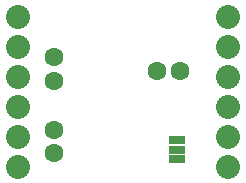
<source format=gbs>
G75*
%MOIN*%
%OFA0B0*%
%FSLAX24Y24*%
%IPPOS*%
%LPD*%
%AMOC8*
5,1,8,0,0,1.08239X$1,22.5*
%
%ADD10C,0.0800*%
%ADD11C,0.0630*%
%ADD12R,0.0560X0.0310*%
D10*
X001772Y001024D03*
X001772Y002024D03*
X001772Y003024D03*
X001772Y004024D03*
X001772Y005024D03*
X001772Y006024D03*
X008772Y006024D03*
X008772Y005024D03*
X008772Y004024D03*
X008772Y003024D03*
X008772Y002024D03*
X008772Y001024D03*
D11*
X007189Y004209D03*
X006402Y004209D03*
X002985Y003882D03*
X002985Y004670D03*
X002965Y002252D03*
X002965Y001465D03*
D12*
X007071Y001583D03*
X007071Y001263D03*
X007071Y001903D03*
M02*

</source>
